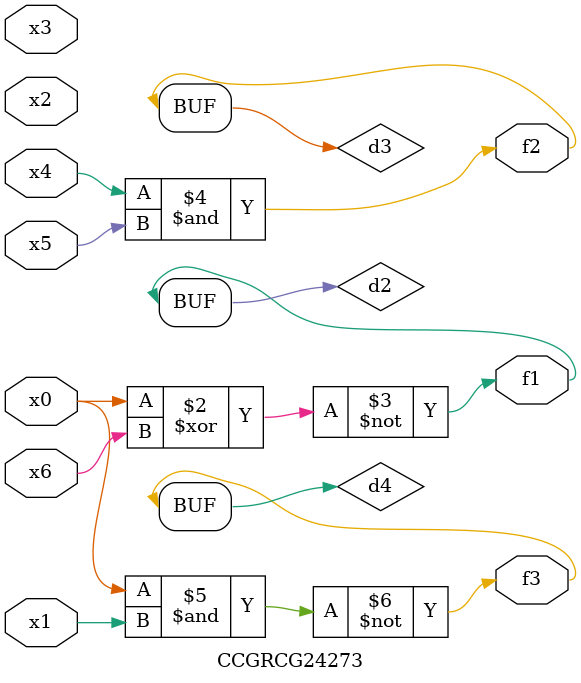
<source format=v>
module CCGRCG24273(
	input x0, x1, x2, x3, x4, x5, x6,
	output f1, f2, f3
);

	wire d1, d2, d3, d4;

	nor (d1, x0);
	xnor (d2, x0, x6);
	and (d3, x4, x5);
	nand (d4, x0, x1);
	assign f1 = d2;
	assign f2 = d3;
	assign f3 = d4;
endmodule

</source>
